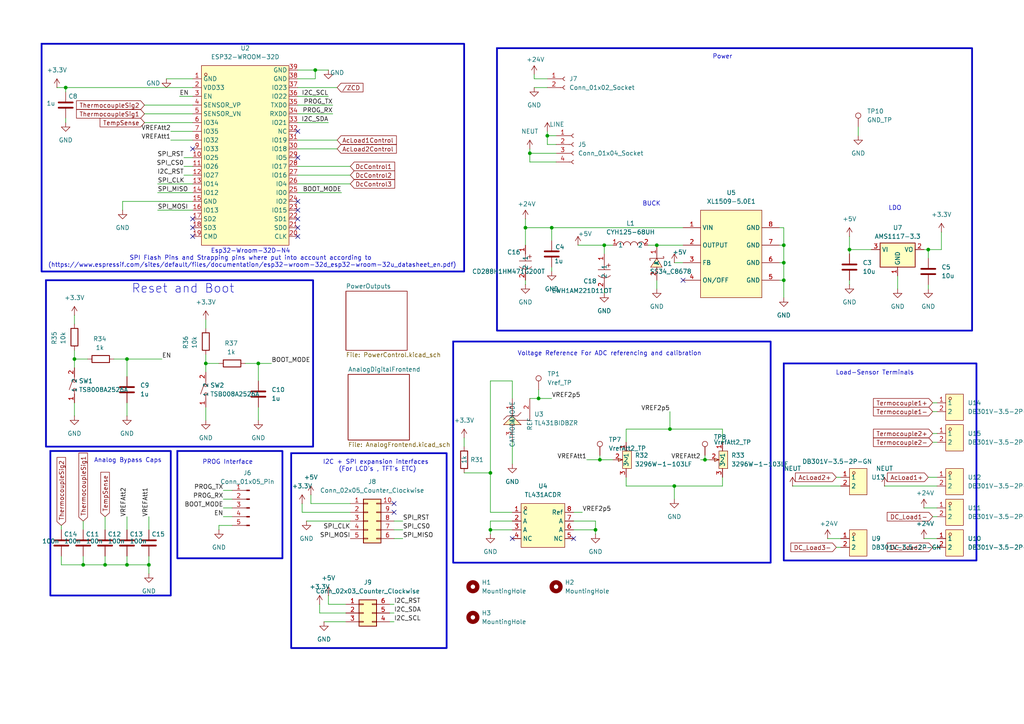
<source format=kicad_sch>
(kicad_sch (version 20250114) (generator "eeschema") (generator_version "9.0")
  (paper "A4")
  (rectangle (start 51.435 130.81) (end 81.915 161.925) (stroke (width 0.508)))
  (rectangle (start 144.145 13.97) (end 281.94 95.885) (stroke (width 0.508)))
  (rectangle (start 131.445 99.06) (end 223.52 163.195) (stroke (width 0.508)))
  (rectangle (start 13.335 81.28) (end 90.805 129.54) (stroke (width 0.508)))
  (rectangle (start 227.33 105.41) (end 283.21 162.56) (stroke (width 0.508)))
  (rectangle (start 84.455 131.445) (end 129.54 187.96) (stroke (width 0.508)))
  (rectangle (start 12.065 12.7) (end 134.62 78.74) (stroke (width 0.508)))
  (rectangle (start 14.605 130.81) (end 49.53 172.72) (stroke (width 0.508)))
  (text "Analog Bypass Caps" (at 37.084 133.604 0) (effects (font (size 1.27 1.27))))
  (text "Esp32-Wroom-32D-N4 \nSPI Flash Pins and Strapping pins where put into account according to \n(https://www.espressif.com/sites/default/files/documentation/esp32-wroom-32d_esp32-wroom-32u_datasheet_en.pdf)" (at 73.152 74.93 0) (effects (font (size 1.27 1.27))))
  (text "Power" (at 209.55 16.51 0) (effects (font (size 1.27 1.27))))
  (text "Voltage Reference For ADC referencing and calibration\n" (at 176.784 102.616 0) (effects (font (size 1.27 1.27))))
  (text "LDO" (at 259.588 60.452 0) (effects (font (size 1.27 1.27))))
  (text "Load-Sensor Terminals" (at 253.746 108.204 0) (effects (font (size 1.27 1.27))))
  (text "Reset and Boot" (at 53.086 83.82 0) (effects (font (size 2.54 2.54))))
  (text "BUCK\n" (at 188.976 59.182 0) (effects (font (size 1.27 1.27))))
  (text "I2C + SPI expansion interfaces \n(For LCD's , TFT's ETC)\n" (at 109.474 135.128 0) (effects (font (size 1.27 1.27))))
  (text "PROG Interface\n" (at 66.04 134.112 0) (effects (font (size 1.27 1.27))))
  (junction (at 204.47 133.35))
  (junction (at 30.48 163.83))
  (junction (at 43.18 163.83))
  (junction (at 246.38 72.39))
  (junction (at 152.4 66.04))
  (junction (at 156.21 115.57))
  (junction (at 227.33 76.2))
  (junction (at 24.13 163.83))
  (junction (at 19.05 25.4))
  (junction (at 227.33 81.28))
  (junction (at 269.24 72.39))
  (junction (at 227.33 71.12))
  (junction (at 190.5 71.12))
  (junction (at 36.83 163.83))
  (junction (at 175.26 71.12))
  (junction (at 195.58 140.97))
  (junction (at 142.24 137.16))
  (junction (at 21.59 104.14))
  (junction (at 91.44 20.32))
  (junction (at 59.69 105.41))
  (junction (at 74.93 105.41))
  (junction (at 153.67 44.45))
  (junction (at 36.83 104.14))
  (junction (at 158.75 39.37))
  (junction (at 142.24 153.67))
  (junction (at 173.99 133.35))
  (junction (at 172.72 153.67))
  (junction (at 160.02 66.04))
  (junction (at 194.31 124.46))
  (no_connect (at 114.3 146.05))
  (no_connect (at 86.36 38.1))
  (no_connect (at 86.36 66.04))
  (no_connect (at 148.59 156.21))
  (no_connect (at 198.12 81.28))
  (no_connect (at 55.88 68.58))
  (no_connect (at 55.88 66.04))
  (no_connect (at 55.88 63.5))
  (no_connect (at 86.36 63.5))
  (no_connect (at 55.88 43.18))
  (no_connect (at 86.36 68.58))
  (no_connect (at 166.37 156.21))
  (no_connect (at 86.36 58.42))
  (no_connect (at 86.36 45.72))
  (no_connect (at 114.3 148.59))
  (no_connect (at 86.36 60.96))
  (wire (pts (xy 86.36 33.02) (xy 96.52 33.02)))
  (wire (pts (xy 273.05 67.31) (xy 273.05 72.39)))
  (wire (pts (xy 260.35 80.01) (xy 260.35 83.82)))
  (wire (pts (xy 95.25 20.32) (xy 91.44 20.32)))
  (wire (pts (xy 158.75 41.91) (xy 161.29 41.91)))
  (wire (pts (xy 269.24 72.39) (xy 273.05 72.39)))
  (wire (pts (xy 55.88 22.86) (xy 48.26 22.86)))
  (wire (pts (xy 152.4 66.04) (xy 160.02 66.04)))
  (wire (pts (xy 148.59 151.13) (xy 142.24 151.13)))
  (wire (pts (xy 24.13 151.13) (xy 24.13 153.67)))
  (wire (pts (xy 63.5 153.67) (xy 63.5 152.4)))
  (wire (pts (xy 181.61 138.43) (xy 181.61 140.97)))
  (wire (pts (xy 152.4 66.04) (xy 152.4 71.12)))
  (wire (pts (xy 148.59 110.49) (xy 148.59 115.57)))
  (wire (pts (xy 142.24 137.16) (xy 142.24 110.49)))
  (wire (pts (xy 24.13 161.29) (xy 24.13 163.83)))
  (wire (pts (xy 226.06 76.2) (xy 227.33 76.2)))
  (wire (pts (xy 30.48 163.83) (xy 36.83 163.83)))
  (wire (pts (xy 160.02 66.04) (xy 198.12 66.04)))
  (wire (pts (xy 246.38 68.58) (xy 246.38 72.39)))
  (wire (pts (xy 59.69 105.41) (xy 63.5 105.41)))
  (wire (pts (xy 86.36 25.4) (xy 97.79 25.4)))
  (wire (pts (xy 204.47 133.35) (xy 205.74 133.35)))
  (wire (pts (xy 242.57 138.43) (xy 243.84 138.43)))
  (wire (pts (xy 170.18 133.35) (xy 173.99 133.35)))
  (wire (pts (xy 270.51 158.75) (xy 271.78 158.75)))
  (wire (pts (xy 209.55 124.46) (xy 209.55 128.27)))
  (wire (pts (xy 41.91 33.02) (xy 55.88 33.02)))
  (wire (pts (xy 114.3 153.67) (xy 116.84 153.67)))
  (wire (pts (xy 209.55 140.97) (xy 209.55 138.43)))
  (wire (pts (xy 43.18 163.83) (xy 43.18 166.37)))
  (wire (pts (xy 195.58 76.2) (xy 198.12 76.2)))
  (wire (pts (xy 52.07 27.94) (xy 55.88 27.94)))
  (wire (pts (xy 113.03 180.34) (xy 114.3 180.34)))
  (wire (pts (xy 190.5 71.12) (xy 198.12 71.12)))
  (wire (pts (xy 64.77 142.24) (xy 67.31 142.24)))
  (wire (pts (xy 166.37 148.59) (xy 168.91 148.59)))
  (wire (pts (xy 227.33 86.36) (xy 227.33 81.28)))
  (wire (pts (xy 240.03 156.21) (xy 243.84 156.21)))
  (wire (pts (xy 64.77 147.32) (xy 67.31 147.32)))
  (wire (pts (xy 142.24 154.94) (xy 142.24 153.67)))
  (wire (pts (xy 194.31 124.46) (xy 209.55 124.46)))
  (wire (pts (xy 86.36 30.48) (xy 96.52 30.48)))
  (wire (pts (xy 134.62 127) (xy 134.62 129.54)))
  (wire (pts (xy 114.3 156.21) (xy 116.84 156.21)))
  (wire (pts (xy 134.62 137.16) (xy 142.24 137.16)))
  (wire (pts (xy 19.05 26.67) (xy 19.05 25.4)))
  (wire (pts (xy 95.25 175.26) (xy 100.33 175.26)))
  (wire (pts (xy 267.97 156.21) (xy 271.78 156.21)))
  (wire (pts (xy 242.57 158.75) (xy 243.84 158.75)))
  (wire (pts (xy 227.33 66.04) (xy 226.06 66.04)))
  (wire (pts (xy 45.72 55.88) (xy 55.88 55.88)))
  (wire (pts (xy 154.94 22.86) (xy 158.75 22.86)))
  (wire (pts (xy 86.36 55.88) (xy 99.06 55.88)))
  (wire (pts (xy 172.72 151.13) (xy 166.37 151.13)))
  (wire (pts (xy 227.33 71.12) (xy 227.33 66.04)))
  (wire (pts (xy 45.72 60.96) (xy 55.88 60.96)))
  (wire (pts (xy 19.05 25.4) (xy 55.88 25.4)))
  (wire (pts (xy 172.72 153.67) (xy 172.72 151.13)))
  (wire (pts (xy 114.3 151.13) (xy 116.84 151.13)))
  (wire (pts (xy 36.83 116.84) (xy 36.83 120.65)))
  (wire (pts (xy 148.59 128.27) (xy 148.59 134.62)))
  (wire (pts (xy 158.75 39.37) (xy 158.75 41.91)))
  (wire (pts (xy 92.71 177.8) (xy 100.33 177.8)))
  (wire (pts (xy 59.69 118.11) (xy 59.69 121.92)))
  (wire (pts (xy 86.36 43.18) (xy 97.79 43.18)))
  (wire (pts (xy 226.06 81.28) (xy 227.33 81.28)))
  (wire (pts (xy 86.36 27.94) (xy 95.25 27.94)))
  (wire (pts (xy 166.37 153.67) (xy 172.72 153.67)))
  (wire (pts (xy 59.69 105.41) (xy 59.69 107.95)))
  (wire (pts (xy 181.61 124.46) (xy 194.31 124.46)))
  (wire (pts (xy 49.53 40.64) (xy 55.88 40.64)))
  (wire (pts (xy 41.91 35.56) (xy 55.88 35.56)))
  (wire (pts (xy 45.72 53.34) (xy 55.88 53.34)))
  (wire (pts (xy 63.5 152.4) (xy 67.31 152.4)))
  (wire (pts (xy 160.02 77.47) (xy 160.02 78.74)))
  (wire (pts (xy 270.51 128.27) (xy 271.78 128.27)))
  (wire (pts (xy 269.24 82.55) (xy 269.24 83.82)))
  (wire (pts (xy 86.36 20.32) (xy 91.44 20.32)))
  (wire (pts (xy 36.83 104.14) (xy 46.99 104.14)))
  (wire (pts (xy 175.26 71.12) (xy 177.8 71.12)))
  (wire (pts (xy 181.61 128.27) (xy 181.61 124.46)))
  (wire (pts (xy 87.63 148.59) (xy 101.6 148.59)))
  (wire (pts (xy 21.59 116.84) (xy 21.59 120.65)))
  (wire (pts (xy 55.88 58.42) (xy 35.56 58.42)))
  (wire (pts (xy 91.44 20.32) (xy 91.44 22.86)))
  (wire (pts (xy 156.21 113.03) (xy 156.21 115.57)))
  (wire (pts (xy 153.67 115.57) (xy 156.21 115.57)))
  (wire (pts (xy 203.2 133.35) (xy 204.47 133.35)))
  (wire (pts (xy 173.99 133.35) (xy 177.8 133.35)))
  (wire (pts (xy 53.34 48.26) (xy 55.88 48.26)))
  (wire (pts (xy 36.83 104.14) (xy 36.83 109.22)))
  (wire (pts (xy 226.06 71.12) (xy 227.33 71.12)))
  (wire (pts (xy 17.78 163.83) (xy 24.13 163.83)))
  (wire (pts (xy 90.17 143.51) (xy 90.17 146.05)))
  (wire (pts (xy 187.96 71.12) (xy 190.5 71.12)))
  (wire (pts (xy 153.67 43.18) (xy 153.67 44.45)))
  (wire (pts (xy 36.83 149.86) (xy 36.83 153.67)))
  (wire (pts (xy 95.25 172.72) (xy 95.25 175.26)))
  (wire (pts (xy 53.34 45.72) (xy 55.88 45.72)))
  (wire (pts (xy 21.59 104.14) (xy 21.59 106.68)))
  (wire (pts (xy 194.31 119.38) (xy 194.31 124.46)))
  (wire (pts (xy 267.97 147.32) (xy 271.78 147.32)))
  (wire (pts (xy 113.03 175.26) (xy 114.3 175.26)))
  (wire (pts (xy 24.13 163.83) (xy 30.48 163.83)))
  (wire (pts (xy 36.83 161.29) (xy 36.83 163.83)))
  (wire (pts (xy 195.58 140.97) (xy 209.55 140.97)))
  (wire (pts (xy 269.24 74.93) (xy 269.24 72.39)))
  (wire (pts (xy 248.92 36.83) (xy 248.92 39.37)))
  (wire (pts (xy 49.53 38.1) (xy 55.88 38.1)))
  (wire (pts (xy 181.61 140.97) (xy 195.58 140.97)))
  (wire (pts (xy 74.93 105.41) (xy 78.74 105.41)))
  (wire (pts (xy 113.03 177.8) (xy 114.3 177.8)))
  (wire (pts (xy 86.36 50.8) (xy 101.6 50.8)))
  (wire (pts (xy 190.5 81.28) (xy 190.5 83.82)))
  (wire (pts (xy 59.69 102.87) (xy 59.69 105.41)))
  (wire (pts (xy 43.18 149.86) (xy 43.18 153.67)))
  (wire (pts (xy 195.58 144.78) (xy 195.58 140.97)))
  (wire (pts (xy 246.38 81.28) (xy 246.38 82.55)))
  (wire (pts (xy 16.51 25.4) (xy 19.05 25.4)))
  (wire (pts (xy 154.94 25.4) (xy 158.75 25.4)))
  (wire (pts (xy 152.4 63.5) (xy 152.4 66.04)))
  (wire (pts (xy 17.78 161.29) (xy 17.78 163.83)))
  (wire (pts (xy 227.33 81.28) (xy 227.33 76.2)))
  (wire (pts (xy 269.24 138.43) (xy 271.78 138.43)))
  (wire (pts (xy 167.64 71.12) (xy 175.26 71.12)))
  (wire (pts (xy 86.36 40.64) (xy 97.79 40.64)))
  (wire (pts (xy 270.51 116.84) (xy 271.78 116.84)))
  (wire (pts (xy 256.54 140.97) (xy 271.78 140.97)))
  (wire (pts (xy 74.93 118.11) (xy 74.93 121.92)))
  (wire (pts (xy 142.24 151.13) (xy 142.24 153.67)))
  (wire (pts (xy 142.24 110.49) (xy 148.59 110.49)))
  (wire (pts (xy 160.02 66.04) (xy 160.02 69.85)))
  (wire (pts (xy 158.75 38.1) (xy 158.75 39.37)))
  (wire (pts (xy 152.4 81.28) (xy 152.4 82.55)))
  (wire (pts (xy 87.63 146.05) (xy 87.63 148.59)))
  (wire (pts (xy 86.36 35.56) (xy 95.25 35.56)))
  (wire (pts (xy 88.9 151.13) (xy 101.6 151.13)))
  (wire (pts (xy 204.47 133.35) (xy 204.47 132.08)))
  (wire (pts (xy 154.94 21.59) (xy 154.94 22.86)))
  (wire (pts (xy 43.18 163.83) (xy 43.18 161.29)))
  (wire (pts (xy 21.59 101.6) (xy 21.59 104.14)))
  (wire (pts (xy 270.51 149.86) (xy 271.78 149.86)))
  (wire (pts (xy 86.36 48.26) (xy 101.6 48.26)))
  (wire (pts (xy 64.77 144.78) (xy 67.31 144.78)))
  (wire (pts (xy 142.24 148.59) (xy 148.59 148.59)))
  (wire (pts (xy 64.77 149.86) (xy 67.31 149.86)))
  (wire (pts (xy 71.12 105.41) (xy 74.93 105.41)))
  (wire (pts (xy 33.02 104.14) (xy 36.83 104.14)))
  (wire (pts (xy 19.05 34.29) (xy 19.05 35.56)))
  (wire (pts (xy 17.78 152.4) (xy 17.78 153.67)))
  (wire (pts (xy 153.67 44.45) (xy 153.67 46.99)))
  (wire (pts (xy 269.24 72.39) (xy 267.97 72.39)))
  (wire (pts (xy 30.48 149.86) (xy 30.48 153.67)))
  (wire (pts (xy 246.38 72.39) (xy 246.38 73.66)))
  (wire (pts (xy 156.21 115.57) (xy 160.02 115.57)))
  (wire (pts (xy 142.24 137.16) (xy 142.24 148.59)))
  (wire (pts (xy 74.93 105.41) (xy 74.93 110.49)))
  (wire (pts (xy 91.44 22.86) (xy 86.36 22.86)))
  (wire (pts (xy 227.33 76.2) (xy 227.33 71.12)))
  (wire (pts (xy 93.98 180.34) (xy 100.33 180.34)))
  (wire (pts (xy 35.56 58.42) (xy 35.56 60.96)))
  (wire (pts (xy 270.51 119.38) (xy 271.78 119.38)))
  (wire (pts (xy 158.75 39.37) (xy 161.29 39.37)))
  (wire (pts (xy 53.34 50.8) (xy 55.88 50.8)))
  (wire (pts (xy 172.72 154.94) (xy 172.72 153.67)))
  (wire (pts (xy 175.26 71.12) (xy 175.26 73.66)))
  (wire (pts (xy 153.67 46.99) (xy 161.29 46.99)))
  (wire (pts (xy 90.17 146.05) (xy 101.6 146.05)))
  (wire (pts (xy 153.67 44.45) (xy 161.29 44.45)))
  (wire (pts (xy 86.36 53.34) (xy 101.6 53.34)))
  (wire (pts (xy 173.99 132.08) (xy 173.99 133.35)))
  (wire (pts (xy 21.59 91.44) (xy 21.59 93.98)))
  (wire (pts (xy 21.59 104.14) (xy 25.4 104.14)))
  (wire (pts (xy 59.69 92.71) (xy 59.69 95.25)))
  (wire (pts (xy 30.48 161.29) (xy 30.48 163.83)))
  (wire (pts (xy 175.26 83.82) (xy 175.26 85.09)))
  (wire (pts (xy 92.71 175.26) (xy 92.71 177.8)))
  (wire (pts (xy 229.87 140.97) (xy 243.84 140.97)))
  (wire (pts (xy 270.51 125.73) (xy 271.78 125.73)))
  (wire (pts (xy 142.24 153.67) (xy 148.59 153.67)))
  (wire (pts (xy 36.83 163.83) (xy 43.18 163.83)))
  (wire (pts (xy 41.91 30.48) (xy 55.88 30.48)))
  (wire (pts (xy 246.38 72.39) (xy 252.73 72.39)))
  (label "VREFAtt2" (at 49.53 38.1 180))
  (label "I2C_SDA" (at 114.3 177.8 0))
  (label "PROG_RX" (at 64.77 144.78 180))
  (label "SPI_RST" (at 53.34 45.72 180))
  (label "SPI_RST" (at 116.84 151.13 0))
  (label "I2C_SCL" (at 95.25 27.94 180))
  (label "SPI_CS0" (at 53.34 48.26 180))
  (label "VREF2p5" (at 194.31 119.38 180))
  (label "SPI_MISO" (at 45.72 55.88 0))
  (label "EN" (at 46.99 104.14 0))
  (label "VREFAtt1" (at 170.18 133.35 180))
  (label "SPI_MISO" (at 116.84 156.21 0))
  (label "SPI_CS0" (at 116.84 153.67 0))
  (label "PROG_RX" (at 96.52 33.02 180))
  (label "BOOT_MODE" (at 64.77 147.32 180))
  (label "VREFAtt1" (at 49.53 40.64 180))
  (label "I2C_SCL" (at 114.3 180.34 0))
  (label "BOOT_MODE" (at 78.74 105.41 0))
  (label "VREFAtt1" (at 43.18 149.86 90))
  (label "I2C_RST" (at 114.3 175.26 0))
  (label "EN" (at 64.77 149.86 180))
  (label "PROG_TX" (at 64.77 142.24 180))
  (label "EN" (at 52.07 27.94 0))
  (label "VREF2p5" (at 168.91 148.59 0))
  (label "SPI_CLK" (at 101.6 153.67 180))
  (label "SPI_CLK" (at 45.72 53.34 0))
  (label "PROG_TX" (at 96.52 30.48 180))
  (label "BOOT_MODE" (at 99.06 55.88 180))
  (label "SPI_MOSI" (at 45.72 60.96 0))
  (label "I2C_RST" (at 53.34 50.8 180))
  (label "SPI_MOSI" (at 101.6 156.21 180))
  (label "I2C_SDA" (at 95.25 35.56 180))
  (label "VREF2p5" (at 160.02 115.57 0))
  (label "VREFAtt2" (at 203.2 133.35 180))
  (label "VREFAtt2" (at 36.83 149.86 90))
  (global_label "DC_Load2-" (shape input) (at 270.51 158.75 180) (property "Intersheetrefs" "${INTERSHEET_REFS}" (effects (hide yes))))
  (global_label "AcLoad2Control" (shape input) (at 97.79 43.18 0) (property "Intersheetrefs" "${INTERSHEET_REFS}" (effects (hide yes))))
  (global_label "DcControl1" (shape input) (at 101.6 48.26 0) (property "Intersheetrefs" "${INTERSHEET_REFS}" (effects (hide yes))))
  (global_label "Termocouple1-" (shape input) (at 270.51 119.38 180) (property "Intersheetrefs" "${INTERSHEET_REFS}" (effects (hide yes))))
  (global_label "DC_Load3-" (shape input) (at 242.57 158.75 180) (property "Intersheetrefs" "${INTERSHEET_REFS}" (effects (hide yes))))
  (global_label "ThermocoupleSig2" (shape input) (at 41.91 30.48 180) (property "Intersheetrefs" "${INTERSHEET_REFS}" (effects (hide yes))))
  (global_label "Termocouple1+" (shape input) (at 270.51 116.84 180) (property "Intersheetrefs" "${INTERSHEET_REFS}" (effects (hide yes))))
  (global_label "DC_Load1-" (shape input) (at 270.51 149.86 180) (property "Intersheetrefs" "${INTERSHEET_REFS}" (effects (hide yes))))
  (global_label "Termocouple2+" (shape input) (at 270.51 125.73 180) (property "Intersheetrefs" "${INTERSHEET_REFS}" (effects (hide yes))))
  (global_label "ThermocoupleSig1" (shape input) (at 24.13 151.13 90) (property "Intersheetrefs" "${INTERSHEET_REFS}" (effects (hide yes))))
  (global_label "TempSense" (shape input) (at 30.48 149.86 90) (property "Intersheetrefs" "${INTERSHEET_REFS}" (effects (hide yes))))
  (global_label "AcLoad1+" (shape input) (at 269.24 138.43 180) (property "Intersheetrefs" "${INTERSHEET_REFS}" (effects (hide yes))))
  (global_label "DcControl2" (shape input) (at 101.6 50.8 0) (property "Intersheetrefs" "${INTERSHEET_REFS}" (effects (hide yes))))
  (global_label "ThermocoupleSig1" (shape input) (at 41.91 33.02 180) (property "Intersheetrefs" "${INTERSHEET_REFS}" (effects (hide yes))))
  (global_label "AcLoad1Control" (shape input) (at 97.79 40.64 0) (property "Intersheetrefs" "${INTERSHEET_REFS}" (effects (hide yes))))
  (global_label "DcControl3" (shape input) (at 101.6 53.34 0) (property "Intersheetrefs" "${INTERSHEET_REFS}" (effects (hide yes))))
  (global_label "Termocouple2-" (shape input) (at 270.51 128.27 180) (property "Intersheetrefs" "${INTERSHEET_REFS}" (effects (hide yes))))
  (global_label "AcLoad2+" (shape input) (at 242.57 138.43 180) (property "Intersheetrefs" "${INTERSHEET_REFS}" (effects (hide yes))))
  (global_label "ThermocoupleSig2" (shape input) (at 17.78 152.4 90) (property "Intersheetrefs" "${INTERSHEET_REFS}" (effects (hide yes))))
  (global_label "{slash}ZCD" (shape input) (at 97.79 25.4 0) (property "Intersheetrefs" "${INTERSHEET_REFS}" (effects (hide yes))))
  (global_label "TempSense" (shape input) (at 41.91 35.56 180) (property "Intersheetrefs" "${INTERSHEET_REFS}" (effects (hide yes))))
  (symbol (lib_id "Connector_Generic:Conn_02x03_Counter_Clockwise") (at 105.41 177.8 0) (unit 1)
    (property "Reference" "J9" (at 106.68 168.91 0))
    (property "Value" "Conn_02x03_Counter_Clockwise" (at 106.68 171.45 0))
    (property "Footprint" "Connector_IDC:IDC-Header_2x03_P2.54mm_Vertical" (effects (hide yes)))
    (property "Description" "Generic connector, double row, 02x03, counter clockwise pin numbering scheme (similar to DIP package numbering), script generated (kicad-library-utils/schlib/autogen/connector/)" (effects (hide yes)))
  )
  (symbol (lib_id "power:+3.3V") (at 87.63 146.05 0) (unit 1)
    (property "Reference" "#PWR066" (effects (hide yes)))
    (property "Value" "+3.3V" (at 87.63 140.97 0))
    (property "Description" "Power symbol creates a global label with name \"+3.3V\"" (effects (hide yes)))
  )
  (symbol (lib_id "Device:C") (at 36.83 113.03 0) (unit 1)
    (property "Reference" "C9" (at 40.64 111.7599 0) (effects (justify left)))
    (property "Value" "1u" (at 40.64 114.2999 0) (effects (justify left)))
    (property "Footprint" "Capacitor_SMD:C_1206_3216Metric_Pad1.33x1.80mm_HandSolder" (effects (hide yes)))
    (property "Description" "Unpolarized capacitor" (effects (hide yes)))
  )
  (symbol (lib_id "power:+5V") (at 90.17 143.51 0) (unit 1)
    (property "Reference" "#PWR065" (effects (hide yes)))
    (property "Value" "+5V" (at 90.17 138.43 0))
    (property "Description" "Power symbol creates a global label with name \"+5V\"" (effects (hide yes)))
  )
  (symbol (lib_id "power:GND") (at 63.5 153.67 0) (unit 1)
    (property "Reference" "#PWR053" (effects (hide yes)))
    (property "Value" "GND" (at 63.5 158.75 0))
    (property "Description" "Power symbol creates a global label with name \"GND\" , ground" (effects (hide yes)))
  )
  (symbol (lib_id "Device:R") (at 134.62 133.35 0) (mirror y) (unit 1)
    (property "Reference" "R31" (at 136.398 133.35 0) (effects (justify right)))
    (property "Value" "1k" (at 134.62 132.08 90) (effects (justify right)))
    (property "Footprint" "Resistor_SMD:R_1206_3216Metric_Pad1.30x1.75mm_HandSolder" (effects (hide yes)))
    (property "Description" "Resistor" (effects (hide yes)))
  )
  (symbol (lib_id "EasyEDA:TSB008A2526A") (at 59.69 113.03 90) (unit 1)
    (property "Reference" "SW2" (at 60.96 111.7599 90) (effects (justify right)))
    (property "Value" "TSB008A2526A" (at 60.96 114.2999 90) (effects (justify right)))
    (property "Footprint" "EasyEDA:SW-SMD_L6.0-W3.5-LS8.0" (effects (hide yes)))
    (property "LCSC Part" "C2888456" (effects (hide yes)))
  )
  (symbol (lib_id "EasyEDA:TSB008A2526A") (at 21.59 111.76 90) (unit 1)
    (property "Reference" "SW1" (at 22.86 110.4899 90) (effects (justify right)))
    (property "Value" "TSB008A2526A" (at 22.86 113.0299 90) (effects (justify right)))
    (property "Footprint" "EasyEDA:SW-SMD_L6.0-W3.5-LS8.0" (effects (hide yes)))
    (property "LCSC Part" "C2888456" (effects (hide yes)))
  )
  (symbol (lib_id "Connector:Conn_01x02_Socket") (at 163.83 22.86 0) (unit 1)
    (property "Reference" "J7" (at 165.1 22.8599 0) (effects (justify left)))
    (property "Value" "Conn_01x02_Socket" (at 165.1 25.3999 0) (effects (justify left)))
    (property "Footprint" "Connector_Wire:SolderWire-0.5sqmm_1x02_P4.6mm_D0.9mm_OD2.1mm" (effects (hide yes)))
    (property "Description" "Generic connector, single row, 01x02, script generated" (effects (hide yes)))
  )
  (symbol (lib_id "Mechanical:MountingHole") (at 161.29 170.18 0) (unit 1) (exclude_from_sim yes) (in_bom no)
    (property "Reference" "H2" (at 163.83 168.9099 0) (effects (justify left)))
    (property "Value" "MountingHole" (at 163.83 171.4499 0) (effects (justify left)))
    (property "Footprint" "MountingHole:MountingHole_3.2mm_M3_Pad_Via" (effects (hide yes)))
    (property "Description" "Mounting Hole without connection" (effects (hide yes)))
  )
  (symbol (lib_id "power:+5V") (at 195.58 76.2 0) (unit 1)
    (property "Reference" "#PWR076" (effects (hide yes)))
    (property "Value" "+5V" (at 197.104 73.152 0))
    (property "Description" "Power symbol creates a global label with name \"+5V\"" (effects (hide yes)))
  )
  (symbol (lib_id "power:GND") (at 74.93 121.92 0) (unit 1)
    (property "Reference" "#PWR059" (effects (hide yes)))
    (property "Value" "GND" (at 74.93 127 0))
    (property "Description" "Power symbol creates a global label with name \"GND\" , ground" (effects (hide yes)))
  )
  (symbol (lib_id "power:GND") (at 190.5 83.82 0) (unit 1)
    (property "Reference" "#PWR077" (effects (hide yes)))
    (property "Value" "GND" (at 190.5 88.9 0))
    (property "Description" "Power symbol creates a global label with name \"GND\" , ground" (effects (hide yes)))
  )
  (symbol (lib_id "power:GND") (at 142.24 154.94 0) (unit 1)
    (property "Reference" "#PWR049" (effects (hide yes)))
    (property "Value" "GND" (at 142.24 160.02 0))
    (property "Description" "Power symbol creates a global label with name \"GND\" , ground" (effects (hide yes)))
  )
  (symbol (lib_id "power:+5V") (at 95.25 172.72 0) (unit 1)
    (property "Reference" "#PWR070" (effects (hide yes)))
    (property "Value" "+5V" (at 95.25 167.64 0))
    (property "Description" "Power symbol creates a global label with name \"+5V\"" (effects (hide yes)))
  )
  (symbol (lib_id "EasyEDA:3296W-1-103LF") (at 208.28 133.35 0) (unit 1)
    (property "Reference" "R33" (at 212.09 132.0799 0) (effects (justify left)))
    (property "Value" "3296W-1-103LF" (at 212.09 134.6199 0) (effects (justify left)))
    (property "Footprint" "EasyEDA:RES-ADJ-TH_3296W" (effects (hide yes)))
    (property "Datasheet" "https://lcsc.com/product-detail/Precision-Potentiometer_BOURNS_3296W-1-103LF_10KR_C34846.html" (effects (hide yes)))
    (property "LCSC Part" "C34846" (effects (hide yes)))
  )
  (symbol (lib_id "power:GND") (at 148.59 134.62 0) (unit 1)
    (property "Reference" "#PWR047" (effects (hide yes)))
    (property "Value" "GND" (at 148.59 139.7 0))
    (property "Description" "Power symbol creates a global label with name \"GND\" , ground" (effects (hide yes)))
  )
  (symbol (lib_id "power:GND") (at 195.58 144.78 0) (unit 1)
    (property "Reference" "#PWR052" (effects (hide yes)))
    (property "Value" "GND" (at 195.58 149.86 0))
    (property "Description" "Power symbol creates a global label with name \"GND\" , ground" (effects (hide yes)))
  )
  (symbol (lib_id "power:GND") (at 175.26 85.09 0) (unit 1)
    (property "Reference" "#PWR075" (effects (hide yes)))
    (property "Value" "GND" (at 175.26 90.17 0))
    (property "Description" "Power symbol creates a global label with name \"GND\" , ground" (effects (hide yes)))
  )
  (symbol (lib_id "power:GND") (at 260.35 83.82 0) (unit 1)
    (property "Reference" "#PWR029" (effects (hide yes)))
    (property "Value" "GND" (at 260.35 88.9 0))
    (property "Description" "Power symbol creates a global label with name \"GND\" , ground" (effects (hide yes)))
  )
  (symbol (lib_id "power:GND") (at 48.26 22.86 0) (unit 1)
    (property "Reference" "#PWR044" (effects (hide yes)))
    (property "Value" "GND" (at 44.45 24.13 0))
    (property "Description" "Power symbol creates a global label with name \"GND\" , ground" (effects (hide yes)))
  )
  (symbol (lib_id "power:LINE") (at 158.75 38.1 0) (mirror y) (unit 1)
    (property "Reference" "#PWR061" (effects (hide yes)))
    (property "Value" "LINE" (at 161.544 36.068 0))
    (property "Description" "Power symbol creates a global label with name \"LINE\"" (effects (hide yes)))
  )
  (symbol (lib_id "power:GND") (at 172.72 154.94 0) (unit 1)
    (property "Reference" "#PWR050" (effects (hide yes)))
    (property "Value" "GND" (at 172.72 160.02 0))
    (property "Description" "Power symbol creates a global label with name \"GND\" , ground" (effects (hide yes)))
  )
  (symbol (lib_id "power:+5V") (at 246.38 68.58 0) (unit 1)
    (property "Reference" "#PWR034" (effects (hide yes)))
    (property "Value" "+5V" (at 246.38 63.5 0))
    (property "Description" "Power symbol creates a global label with name \"+5V\"" (effects (hide yes)))
  )
  (symbol (lib_id "power:+5V") (at 167.64 71.12 0) (unit 1)
    (property "Reference" "#PWR072" (effects (hide yes)))
    (property "Value" "+5V" (at 169.672 67.818 0))
    (property "Description" "Power symbol creates a global label with name \"+5V\"" (effects (hide yes)))
  )
  (symbol (lib_id "power:+12V") (at 267.97 156.21 0) (unit 1)
    (property "Reference" "#PWR081" (effects (hide yes)))
    (property "Value" "+24V" (at 265.684 151.892 0) (effects (justify left)))
    (property "Description" "Power symbol creates a global label with name \"+12V\"" (effects (hide yes)))
  )
  (symbol (lib_id "power:GND") (at 246.38 82.55 0) (unit 1)
    (property "Reference" "#PWR030" (effects (hide yes)))
    (property "Value" "GND" (at 246.38 87.63 0))
    (property "Description" "Power symbol creates a global label with name \"GND\" , ground" (effects (hide yes)))
  )
  (symbol (lib_id "EasyEDA:XL1509-5.0E1") (at 212.09 73.66 0) (unit 1)
    (property "Reference" "U5" (at 212.09 55.88 0))
    (property "Value" "XL1509-5.0E1" (at 212.09 58.42 0))
    (property "Footprint" "EasyEDA:SOIC-8_L5.0-W4.0-P1.27-LS6.0-BL" (effects (hide yes)))
    (property "Datasheet" "https://lcsc.com/product-detail/DC-DC-Converters_XL1509-5-0E1_C61063.html" (effects (hide yes)))
    (property "LCSC Part" "C61063" (effects (hide yes)))
  )
  (symbol (lib_id "EasyEDA:ESP32-WROOM-32D") (at 71.12 45.72 0) (unit 1)
    (property "Reference" "U2" (at 71.12 13.97 0))
    (property "Value" "ESP32-WROOM-32D" (at 71.12 16.51 0))
    (property "Footprint" "EasyEDA:WIFIM-SMD_39P-L25.5-W18.0-P1.27-BL" (effects (hide yes)))
    (property "LCSC Part" "C473012" (effects (hide yes)))
  )
  (symbol (lib_id "EasyEDA:DB301V-3.5-2P-GN") (at 276.86 118.11 0) (unit 1)
    (property "Reference" "U14" (at 280.67 116.8399 0) (effects (justify left)))
    (property "Value" "DB301V-3.5-2P-GN" (at 280.67 119.3799 0) (effects (justify left)))
    (property "Footprint" "EasyEDA:CONN-TH_DB301V-3.5-2P-GN" (effects (hide yes)))
    (property "Datasheet" "https://lcsc.com/product-detail/Wire-To-Board-Wire-To-Wire-Connector_DIBO-DB301V-3-5-2P-GN_C695629.html" (effects (hide yes)))
    (property "LCSC Part" "C695629" (effects (hide yes)))
  )
  (symbol (lib_id "Device:R") (at 29.21 104.14 90) (unit 1)
    (property "Reference" "R34" (at 28.956 98.298 90))
    (property "Value" "1k" (at 28.956 100.838 90))
    (property "Footprint" "Resistor_SMD:R_1206_3216Metric_Pad1.30x1.75mm_HandSolder" (effects (hide yes)))
    (property "Description" "Resistor" (effects (hide yes)))
  )
  (symbol (lib_id "power:GND") (at 21.59 120.65 0) (unit 1)
    (property "Reference" "#PWR054" (effects (hide yes)))
    (property "Value" "GND" (at 21.59 125.73 0))
    (property "Description" "Power symbol creates a global label with name \"GND\" , ground" (effects (hide yes)))
  )
  (symbol (lib_id "EasyEDA:3296W-1-103LF") (at 180.34 133.35 0) (unit 1)
    (property "Reference" "R32" (at 184.15 132.0799 0) (effects (justify left)))
    (property "Value" "3296W-1-103LF" (at 184.15 134.6199 0) (effects (justify left)))
    (property "Footprint" "EasyEDA:RES-ADJ-TH_3296W" (effects (hide yes)))
    (property "Datasheet" "https://lcsc.com/product-detail/Precision-Potentiometer_BOURNS_3296W-1-103LF_10KR_C34846.html" (effects (hide yes)))
    (property "LCSC Part" "C34846" (effects (hide yes)))
  )
  (symbol (lib_id "power:GND") (at 248.92 39.37 0) (unit 1)
    (property "Reference" "#PWR037" (effects (hide yes)))
    (property "Value" "GND" (at 248.92 44.45 0))
    (property "Description" "Power symbol creates a global label with name \"GND\" , ground" (effects (hide yes)))
  )
  (symbol (lib_id "Connector:Conn_01x05_Pin") (at 72.39 147.32 0) (mirror y) (unit 1)
    (property "Reference" "J6" (at 71.755 137.16 0))
    (property "Value" "Conn_01x05_Pin" (at 71.755 139.7 0))
    (property "Footprint" "Connector_PinHeader_2.54mm:PinHeader_1x05_P2.54mm_Vertical" (effects (hide yes)))
    (property "Description" "Generic connector, single row, 01x05, script generated" (effects (hide yes)))
  )
  (symbol (lib_id "power:+12V") (at 154.94 21.59 0) (unit 1)
    (property "Reference" "#PWR063" (effects (hide yes)))
    (property "Value" "+24V" (at 152.654 17.272 0) (effects (justify left)))
    (property "Description" "Power symbol creates a global label with name \"+12V\"" (effects (hide yes)))
  )
  (symbol (lib_id "Regulator_Linear:AMS1117-3.3") (at 260.35 72.39 0) (unit 1)
    (property "Reference" "U7" (at 260.35 66.04 0))
    (property "Value" "AMS1117-3.3" (at 260.35 68.58 0))
    (property "Footprint" "Package_TO_SOT_SMD:SOT-223-3_TabPin2" (effects (hide yes)))
    (property "Datasheet" "http://www.advanced-monolithic.com/pdf/ds1117.pdf" (effects (hide yes)))
    (property "Description" "1A Low Dropout regulator, positive, 3.3V fixed output, SOT-223" (effects (hide yes)))
  )
  (symbol (lib_id "power:+12V") (at 267.97 147.32 0) (unit 1)
    (property "Reference" "#PWR080" (effects (hide yes)))
    (property "Value" "+24V" (at 265.684 143.002 0) (effects (justify left)))
    (property "Description" "Power symbol creates a global label with name \"+12V\"" (effects (hide yes)))
  )
  (symbol (lib_id "Device:C") (at 269.24 78.74 0) (unit 1)
    (property "Reference" "C5" (at 273.05 77.4699 0) (effects (justify left)))
    (property "Value" "10u" (at 273.05 80.0099 0) (effects (justify left)))
    (property "Footprint" "Capacitor_SMD:C_1206_3216Metric_Pad1.33x1.80mm_HandSolder" (effects (hide yes)))
    (property "Description" "Unpolarized capacitor" (effects (hide yes)))
  )
  (symbol (lib_id "Connector:Conn_01x04_Socket") (at 166.37 41.91 0) (unit 1)
    (property "Reference" "J5" (at 167.64 41.9099 0) (effects (justify left)))
    (property "Value" "Conn_01x04_Socket" (at 167.64 44.4499 0) (effects (justify left)))
    (property "Footprint" "Connector_Wire:SolderWire-0.5sqmm_1x04_P4.6mm_D0.9mm_OD2.1mm" (effects (hide yes)))
    (property "Description" "Generic connector, single row, 01x04, script generated" (effects (hide yes)))
  )
  (symbol (lib_id "Connector_Generic:Conn_02x05_Counter_Clockwise") (at 106.68 151.13 0) (unit 1)
    (property "Reference" "J8" (at 107.95 139.7 0))
    (property "Value" "Conn_02x05_Counter_Clockwise" (at 107.95 142.24 0))
    (property "Footprint" "Connector_IDC:IDC-Header_2x05_P2.54mm_Vertical" (effects (hide yes)))
    (property "Description" "Generic connector, double row, 02x05, counter clockwise pin numbering scheme (similar to DIP package numbering), script generated (kicad-library-utils/schlib/autogen/connector/)" (effects (hide yes)))
  )
  (symbol (lib_id "power:GND") (at 227.33 86.36 0) (unit 1)
    (property "Reference" "#PWR031" (effects (hide yes)))
    (property "Value" "GND" (at 227.33 91.44 0))
    (property "Description" "Power symbol creates a global label with name \"GND\" , ground" (effects (hide yes)))
  )
  (symbol (lib_id "Mechanical:MountingHole") (at 137.16 179.07 0) (unit 1) (exclude_from_sim yes) (in_bom no)
    (property "Reference" "H3" (at 139.7 177.7999 0) (effects (justify left)))
    (property "Value" "MountingHole" (at 139.7 180.3399 0) (effects (justify left)))
    (property "Footprint" "MountingHole:MountingHole_3.2mm_M3_Pad_Via" (effects (hide yes)))
    (property "Description" "Mounting Hole without connection" (effects (hide yes)))
  )
  (symbol (lib_id "Device:R") (at 59.69 99.06 180) (unit 1)
    (property "Reference" "R36" (at 53.848 99.314 90))
    (property "Value" "10k" (at 56.388 99.314 90))
    (property "Footprint" "Resistor_SMD:R_1206_3216Metric_Pad1.30x1.75mm_HandSolder" (effects (hide yes)))
    (property "Description" "Resistor" (effects (hide yes)))
  )
  (symbol (lib_id "power:+3.3V") (at 16.51 25.4 0) (unit 1)
    (property "Reference" "#PWR045" (effects (hide yes)))
    (property "Value" "+3.3V" (at 16.51 20.32 0))
    (property "Description" "Power symbol creates a global label with name \"+3.3V\"" (effects (hide yes)))
  )
  (symbol (lib_id "power:+12V") (at 240.03 156.21 0) (unit 1)
    (property "Reference" "#PWR082" (effects (hide yes)))
    (property "Value" "+24V" (at 237.744 151.892 0) (effects (justify left)))
    (property "Description" "Power symbol creates a global label with name \"+12V\"" (effects (hide yes)))
  )
  (symbol (lib_id "Device:R") (at 21.59 97.79 180) (unit 1)
    (property "Reference" "R35" (at 15.748 98.044 90))
    (property "Value" "10k" (at 18.288 98.044 90))
    (property "Footprint" "Resistor_SMD:R_1206_3216Metric_Pad1.30x1.75mm_HandSolder" (effects (hide yes)))
    (property "Description" "Resistor" (effects (hide yes)))
  )
  (symbol (lib_id "Device:C") (at 160.02 73.66 0) (unit 1)
    (property "Reference" "C4" (at 161.036 71.628 0) (effects (justify left)))
    (property "Value" "1u" (at 160.782 75.692 0) (effects (justify left)))
    (property "Footprint" "Capacitor_SMD:C_1206_3216Metric_Pad1.33x1.80mm_HandSolder" (effects (hide yes)))
    (property "Description" "Unpolarized capacitor" (effects (hide yes)))
  )
  (symbol (lib_id "power:GND") (at 154.94 25.4 0) (unit 1)
    (property "Reference" "#PWR064" (effects (hide yes)))
    (property "Value" "GND" (at 154.94 30.48 0))
    (property "Description" "Power symbol creates a global label with name \"GND\" , ground" (effects (hide yes)))
  )
  (symbol (lib_id "power:GND") (at 43.18 166.37 0) (unit 1)
    (property "Reference" "#PWR060" (effects (hide yes)))
    (property "Value" "GND" (at 43.18 171.45 0))
    (property "Description" "Power symbol creates a global label with name \"GND\" , ground" (effects (hide yes)))
  )
  (symbol (lib_id "Device:C") (at 19.05 30.48 0) (unit 1)
    (property "Reference" "C8" (at 19.812 27.94 0) (effects (justify left)))
    (property "Value" "1u" (at 13.462 29.972 0) (effects (justify left)))
    (property "Footprint" "Capacitor_SMD:C_1206_3216Metric_Pad1.33x1.80mm_HandSolder" (effects (hide yes)))
    (property "Description" "Unpolarized capacitor" (effects (hide yes)))
  )
  (symbol (lib_id "Device:C") (at 74.93 114.3 0) (unit 1)
    (property "Reference" "C10" (at 78.74 113.0299 0) (effects (justify left)))
    (property "Value" "1u" (at 78.74 115.5699 0) (effects (justify left)))
    (property "Footprint" "Capacitor_SMD:C_1206_3216Metric_Pad1.33x1.80mm_HandSolder" (effects (hide yes)))
    (property "Description" "Unpolarized capacitor" (effects (hide yes)))
  )
  (symbol (lib_id "power:GND") (at 269.24 83.82 0) (unit 1)
    (property "Reference" "#PWR032" (effects (hide yes)))
    (property "Value" "GND" (at 269.24 88.9 0))
    (property "Description" "Power symbol creates a global label with name \"GND\" , ground" (effects (hide yes)))
  )
  (symbol (lib_id "Device:C") (at 43.18 157.48 0) (unit 1)
    (property "Reference" "C15" (at 43.942 154.94 0) (effects (justify left)))
    (property "Value" "100n" (at 37.592 156.972 0) (effects (justify left)))
    (property "Footprint" "Capacitor_SMD:C_1206_3216Metric_Pad1.33x1.80mm_HandSolder" (effects (hide yes)))
    (property "Description" "Unpolarized capacitor" (effects (hide yes)))
  )
  (symbol (lib_id "Connector:TestPoint") (at 156.21 113.03 0) (unit 1)
    (property "Reference" "TP1" (at 158.75 108.4579 0) (effects (justify left)))
    (property "Value" "Vref_TP" (at 158.75 110.9979 0) (effects (justify left)))
    (property "Footprint" "TestPoint:TestPoint_THTPad_2.0x2.0mm_Drill1.0mm" (effects (hide yes)))
    (property "Description" "test point" (effects (hide yes)))
  )
  (symbol (lib_id "EasyEDA:DB301V-3.5-2P-GN") (at 276.86 157.48 0) (unit 1)
    (property "Reference" "U10" (at 280.67 156.2099 0) (effects (justify left)))
    (property "Value" "DB301V-3.5-2P-GN" (at 280.67 158.7499 0) (effects (justify left)))
    (property "Footprint" "EasyEDA:CONN-TH_DB301V-3.5-2P-GN" (effects (hide yes)))
    (property "Datasheet" "https://lcsc.com/product-detail/Wire-To-Board-Wire-To-Wire-Connector_DIBO-DB301V-3-5-2P-GN_C695629.html" (effects (hide yes)))
    (property "LCSC Part" "C695629" (effects (hide yes)))
  )
  (symbol (lib_id "power:GND") (at 152.4 82.55 0) (unit 1)
    (property "Reference" "#PWR073" (effects (hide yes)))
    (property "Value" "GND" (at 152.4 87.63 0))
    (property "Description" "Power symbol creates a global label with name \"GND\" , ground" (effects (hide yes)))
  )
  (symbol (lib_id "power:+3.3V") (at 92.71 175.26 0) (unit 1)
    (property "Reference" "#PWR068" (effects (hide yes)))
    (property "Value" "+3.3V" (at 92.71 170.18 0))
    (property "Description" "Power symbol creates a global label with name \"+3.3V\"" (effects (hide yes)))
  )
  (symbol (lib_id "power:+12V") (at 152.4 63.5 0) (unit 1)
    (property "Reference" "#PWR071" (effects (hide yes)))
    (property "Value" "+24V" (at 150.114 59.182 0) (effects (justify left)))
    (property "Description" "Power symbol creates a global label with name \"+12V\"" (effects (hide yes)))
  )
  (symbol (lib_id "EasyEDA:TL431BIDBZR") (at 149.86 121.92 90) (unit 1)
    (property "Reference" "U3" (at 154.94 120.1399 90) (effects (justify right)))
    (property "Value" "TL431BIDBZR" (at 154.94 122.6799 90) (effects (justify right)))
    (property "Footprint" "EasyEDA:SOT-23-3_L2.9-W1.3-P1.90-LS2.4-BR" (effects (hide yes)))
    (property "Datasheet" "https://lcsc.com/product-detail/Voltage-References_TI_TL431BIDBZR_TL431BIDBZR_C41283.html" (effects (hide yes)))
    (property "LCSC Part" "C41283" (effects (hide yes)))
  )
  (symbol (lib_id "Device:C") (at 30.48 157.48 0) (unit 1)
    (property "Reference" "C12" (at 31.242 154.94 0) (effects (justify left)))
    (property "Value" "100n" (at 24.892 156.972 0) (effects (justify left)))
    (property "Footprint" "Capacitor_SMD:C_1206_3216Metric_Pad1.33x1.80mm_HandSolder" (effects (hide yes)))
    (property "Description" "Unpolarized capacitor" (effects (hide yes)))
  )
  (symbol (lib_id "power:GND") (at 93.98 180.34 0) (unit 1)
    (property "Reference" "#PWR069" (effects (hide yes)))
    (property "Value" "GND" (at 93.98 185.42 0))
    (property "Description" "Power symbol creates a global label with name \"GND\" , ground" (effects (hide yes)))
  )
  (symbol (lib_id "power:GND") (at 19.05 35.56 0) (unit 1)
    (property "Reference" "#PWR048" (effects (hide yes)))
    (property "Value" "GND" (at 19.05 40.64 0))
    (property "Description" "Power symbol creates a global label with name \"GND\" , ground" (effects (hide yes)))
  )
  (symbol (lib_id "EasyEDA:DB301V-3.5-2P-GN") (at 276.86 148.59 0) (unit 1)
    (property "Reference" "U11" (at 280.67 147.3199 0) (effects (justify left)))
    (property "Value" "DB301V-3.5-2P-GN" (at 280.67 149.8599 0) (effects (justify left)))
    (property "Footprint" "EasyEDA:CONN-TH_DB301V-3.5-2P-GN" (effects (hide yes)))
    (property "Datasheet" "https://lcsc.com/product-detail/Wire-To-Board-Wire-To-Wire-Connector_DIBO-DB301V-3-5-2P-GN_C695629.html" (effects (hide yes)))
    (property "LCSC Part" "C695629" (effects (hide yes)))
  )
  (symbol (lib_id "EasyEDA:SS34_C8678") (at 190.5 76.2 270) (unit 1)
    (property "Reference" "D1" (at 192.278 76.454 90) (effects (justify left)))
    (property "Value" "SS34_C8678" (at 188.468 78.74 90) (effects (justify left)))
    (property "Footprint" "EasyEDA:SMA_L4.3-W2.6-LS5.2-RD" (effects (hide yes)))
    (property "Datasheet" "https://lcsc.com/product-detail/Schottky-Barrier-Diodes-SBD_SS34_C8678.html" (effects (hide yes)))
    (property "LCSC Part" "C8678" (effects (hide yes)))
  )
  (symbol (lib_id "power:GND") (at 95.25 20.32 0) (unit 1)
    (property "Reference" "#PWR041" (effects (hide yes)))
    (property "Value" "GND" (at 97.79 21.082 0))
    (property "Description" "Power symbol creates a global label with name \"GND\" , ground" (effects (hide yes)))
  )
  (symbol (lib_id "EasyEDA:CD288H1HM471G200T") (at 152.4 76.2 270) (unit 1)
    (property "Reference" "C16" (at 147.066 73.152 90) (effects (justify left)))
    (property "Value" "CD288H1HM471G200T" (at 136.906 78.74 90) (effects (justify left)))
    (property "Footprint" "EasyEDA:CAP-TH_BD10.0-P5.00-D0.6-FD" (effects (hide yes)))
    (property "LCSC Part" "C42460494" (effects (hide yes)))
  )
  (symbol (lib_id "EasyEDA:EWH1AM221D11OT") (at 175.26 78.74 270) (unit 1)
    (property "Reference" "C18" (at 169.164 81.534 90) (effects (justify left)))
    (property "Value" "EWH1AM221D11OT" (at 160.02 84.328 90) (effects (justify left)))
    (property "Footprint" "EasyEDA:CAP-TH_BD5.0-P2.00-D0.5-FD-A" (effects (hide yes)))
    (property "LCSC Part" "C2988873" (effects (hide yes)))
  )
  (symbol (lib_id "power:GND") (at 35.56 60.96 0) (unit 1)
    (property "Reference" "#PWR046" (effects (hide yes)))
    (property "Value" "GND" (at 35.56 66.04 0))
    (property "Description" "Power symbol creates a global label with name \"GND\" , ground" (effects (hide yes)))
  )
  (symbol (lib_id "power:GND") (at 160.02 78.74 0) (unit 1)
    (property "Reference" "#PWR074" (effects (hide yes)))
    (property "Value" "GND" (at 160.02 83.82 0))
    (property "Description" "Power symbol creates a global label with name \"GND\" , ground" (effects (hide yes)))
  )
  (symbol (lib_id "Device:C") (at 36.83 157.48 0) (unit 1)
    (property "Reference" "C13" (at 37.592 154.94 0) (effects (justify left)))
    (property "Value" "100n" (at 31.242 156.972 0) (effects (justify left)))
    (property "Footprint" "Capacitor_SMD:C_1206_3216Metric_Pad1.33x1.80mm_HandSolder" (effects (hide yes)))
    (property "Description" "Unpolarized capacitor" (effects (hide yes)))
  )
  (symbol (lib_id "EasyEDA:TL431ACDR") (at 157.48 152.4 0) (unit 1)
    (property "Reference" "U4" (at 157.48 140.97 0))
    (property "Value" "TL431ACDR" (at 157.48 143.51 0))
    (property "Footprint" "EasyEDA:SOIC-8_L4.9-W3.9-P1.27-LS6.0-BL" (effects (hide yes)))
    (property "Datasheet" "https://lcsc.com/product-detail/Voltage-References_TI_TL431ACDR_TL431ACDR_C67475.html" (effects (hide yes)))
    (property "LCSC Part" "C67475" (effects (hide yes)))
  )
  (symbol (lib_id "EasyEDA:DB301V-3.5-2P-GN") (at 248.92 139.7 0) (unit 1)
    (property "Reference" "U13" (at 252.73 138.4299 0) (effects (justify left)))
    (property "Value" "DB301V-3.5-2P-GN" (at 232.664 133.858 0) (effects (justify left)))
    (property "Footprint" "EasyEDA:CONN-TH_DB301V-3.5-2P-GN" (effects (hide yes)))
    (property "Datasheet" "https://lcsc.com/product-detail/Wire-To-Board-Wire-To-Wire-Connector_DIBO-DB301V-3-5-2P-GN_C695629.html" (effects (hide yes)))
    (property "LCSC Part" "C695629" (effects (hide yes)))
  )
  (symbol (lib_id "Connector:TestPoint") (at 204.47 132.08 0) (unit 1)
    (property "Reference" "TP8" (at 207.01 126.746 0) (effects (justify left)))
    (property "Value" "VrefAtt2_TP" (at 207.01 128.27 0) (effects (justify left)))
    (property "Footprint" "TestPoint:TestPoint_THTPad_2.0x2.0mm_Drill1.0mm" (effects (hide yes)))
    (property "Description" "test point" (effects (hide yes)))
  )
  (symbol (lib_id "power:NEUT") (at 153.67 43.18 0) (unit 1)
    (property "Reference" "#PWR062" (effects (hide yes)))
    (property "Value" "NEUT" (at 153.67 38.1 0))
    (property "Description" "Power symbol creates a global label with name \"NEUT\"" (effects (hide yes)))
  )
  (symbol (lib_id "power:NEUT") (at 256.54 140.97 0) (unit 1)
    (property "Reference" "#PWR079" (effects (hide yes)))
    (property "Value" "NEUT" (at 256.54 135.89 0))
    (property "Description" "Power symbol creates a global label with name \"NEUT\"" (effects (hide yes)))
  )
  (symbol (lib_id "power:+3.3V") (at 59.69 92.71 0) (unit 1)
    (property "Reference" "#PWR057" (effects (hide yes)))
    (property "Value" "+3.3V" (at 59.69 87.63 0))
    (property "Description" "Power symbol creates a global label with name \"+3.3V\"" (effects (hide yes)))
  )
  (symbol (lib_id "power:GND") (at 59.69 121.92 0) (unit 1)
    (property "Reference" "#PWR058" (effects (hide yes)))
    (property "Value" "GND" (at 59.69 127 0))
    (property "Description" "Power symbol creates a global label with name \"GND\" , ground" (effects (hide yes)))
  )
  (symbol (lib_id "Device:C") (at 17.78 157.48 0) (unit 1)
    (property "Reference" "C14" (at 18.542 154.94 0) (effects (justify left)))
    (property "Value" "100n" (at 12.192 156.972 0) (effects (justify left)))
    (property "Footprint" "Capacitor_SMD:C_1206_3216Metric_Pad1.33x1.80mm_HandSolder" (effects (hide yes)))
    (property "Description" "Unpolarized capacitor" (effects (hide yes)))
  )
  (symbol (lib_id "Connector:TestPoint") (at 248.92 36.83 0) (unit 1)
    (property "Reference" "TP10" (at 251.46 32.2579 0) (effects (justify left)))
    (property "Value" "GND_TP" (at 251.46 34.7979 0) (effects (justify left)))
    (property "Footprint" "TestPoint:TestPoint_THTPad_2.0x2.0mm_Drill1.0mm" (effects (hide yes)))
    (property "Description" "test point" (effects (hide yes)))
  )
  (symbol (lib_id "power:+3.3V") (at 134.62 127 0) (unit 1)
    (property "Reference" "#PWR035" (effects (hide yes)))
    (property "Value" "+3.3V" (at 134.62 121.92 0))
    (property "Description" "Power symbol creates a global label with name \"+3.3V\"" (effects (hide yes)))
  )
  (symbol (lib_id "Device:R") (at 67.31 105.41 90) (unit 1)
    (property "Reference" "R37" (at 67.056 99.568 90))
    (property "Value" "1k" (at 67.056 102.108 90))
    (property "Footprint" "Resistor_SMD:R_1206_3216Metric_Pad1.30x1.75mm_HandSolder" (effects (hide yes)))
    (property "Description" "Resistor" (effects (hide yes)))
  )
  (symbol (lib_id "EasyEDA:DB301V-3.5-2P-GN") (at 248.92 157.48 0) (unit 1)
    (property "Reference" "U9" (at 252.73 156.2099 0) (effects (justify left)))
    (property "Value" "DB301V-3.5-2P-GN" (at 252.73 158.7499 0) (effects (justify left)))
    (property "Footprint" "EasyEDA:CONN-TH_DB301V-3.5-2P-GN" (effects (hide yes)))
    (property "Datasheet" "https://lcsc.com/product-detail/Wire-To-Board-Wire-To-Wire-Connector_DIBO-DB301V-3-5-2P-GN_C695629.html" (effects (hide yes)))
    (property "LCSC Part" "C695629" (effects (hide yes)))
  )
  (symbol (lib_id "power:GND") (at 88.9 151.13 0) (unit 1)
    (property "Reference" "#PWR067" (effects (hide yes)))
    (property "Value" "GND" (at 88.9 156.21 0))
    (property "Description" "Power symbol creates a global label with name \"GND\" , ground" (effects (hide yes)))
  )
  (symbol (lib_id "EasyEDA:DB301V-3.5-2P-GN") (at 276.86 139.7 0) (unit 1)
    (property "Reference" "U12" (at 280.67 138.4299 0) (effects (justify left)))
    (property "Value" "DB301V-3.5-2P-GN" (at 280.67 140.9699 0) (effects (justify left)))
    (property "Footprint" "EasyEDA:CONN-TH_DB301V-3.5-2P-GN" (effects (hide yes)))
    (property "Datasheet" "https://lcsc.com/product-detail/Wire-To-Board-Wire-To-Wire-Connector_DIBO-DB301V-3-5-2P-GN_C695629.html" (effects (hide yes)))
    (property "LCSC Part" "C695629" (effects (hide yes)))
  )
  (symbol (lib_id "Mechanical:MountingHole") (at 137.16 170.18 0) (unit 1) (exclude_from_sim yes) (in_bom no)
    (property "Reference" "H1" (at 139.7 168.9099 0) (effects (justify left)))
    (property "Value" "MountingHole" (at 139.7 171.4499 0) (effects (justify left)))
    (property "Footprint" "MountingHole:MountingHole_3.2mm_M3_Pad_Via" (effects (hide yes)))
    (property "Description" "Mounting Hole without connection" (effects (hide yes)))
  )
  (symbol (lib_id "EasyEDA:DB301V-3.5-2P-GN") (at 276.86 127 0) (unit 1)
    (property "Reference" "U15" (at 280.67 125.7299 0) (effects (justify left)))
    (property "Value" "DB301V-3.5-2P-GN" (at 280.67 128.2699 0) (effects (justify left)))
    (property "Footprint" "EasyEDA:CONN-TH_DB301V-3.5-2P-GN" (effects (hide yes)))
    (property "Datasheet" "https://lcsc.com/product-detail/Wire-To-Board-Wire-To-Wire-Connector_DIBO-DB301V-3-5-2P-GN_C695629.html" (effects (hide yes)))
    (property "LCSC Part" "C695629" (effects (hide yes)))
  )
  (symbol (lib_id "EasyEDA:CYH125-68UH") (at 182.88 71.12 0) (unit 1)
    (property "Reference" "L1" (at 182.88 64.77 0))
    (property "Value" "CYH125-68UH" (at 182.88 67.31 0))
    (property "Footprint" "EasyEDA:IND-SMD_L12.5-W12.5" (effects (hide yes)))
    (property "LCSC Part" "C7431083" (effects (hide yes)))
  )
  (symbol (lib_id "Device:C") (at 246.38 77.47 0) (unit 1)
    (property "Reference" "C3" (at 250.19 76.1999 0) (effects (justify left)))
    (property "Value" "10u" (at 250.19 78.7399 0) (effects (justify left)))
    (property "Footprint" "Capacitor_SMD:C_1206_3216Metric_Pad1.33x1.80mm_HandSolder" (effects (hide yes)))
    (property "Description" "Unpolarized capacitor" (effects (hide yes)))
  )
  (symbol (lib_id "power:+3.3V") (at 273.05 67.31 0) (unit 1)
    (property "Reference" "#PWR033" (effects (hide yes)))
    (property "Value" "+3.3V" (at 273.05 62.23 0))
    (property "Description" "Power symbol creates a global label with name \"+3.3V\"" (effects (hide yes)))
  )
  (symbol (lib_id "Connector:TestPoint") (at 173.99 132.08 0) (unit 1)
    (property "Reference" "TP7" (at 176.53 127.5079 0) (effects (justify left)))
    (property "Value" "VrefAtt2_TP" (at 176.53 130.0479 0) (effects (justify left)))
    (property "Footprint" "TestPoint:TestPoint_THTPad_2.0x2.0mm_Drill1.0mm" (effects (hide yes)))
    (property "Description" "test point" (effects (hide yes)))
  )
  (symbol (lib_id "Device:C") (at 24.13 157.48 0) (unit 1)
    (property "Reference" "C11" (at 24.892 154.94 0) (effects (justify left)))
    (property "Value" "100n" (at 18.542 156.972 0) (effects (justify left)))
    (property "Footprint" "Capacitor_SMD:C_1206_3216Metric_Pad1.33x1.80mm_HandSolder" (effects (hide yes)))
    (property "Description" "Unpolarized capacitor" (effects (hide yes)))
  )
  (symbol (lib_id "power:NEUT") (at 229.87 140.97 0) (unit 1)
    (property "Reference" "#PWR078" (effects (hide yes)))
    (property "Value" "NEUT" (at 229.87 135.89 0))
    (property "Description" "Power symbol creates a global label with name \"NEUT\"" (effects (hide yes)))
  )
  (symbol (lib_id "power:+3.3V") (at 21.59 91.44 0) (unit 1)
    (property "Reference" "#PWR056" (effects (hide yes)))
    (property "Value" "+3.3V" (at 21.59 86.36 0))
    (property "Description" "Power symbol creates a global label with name \"+3.3V\"" (effects (hide yes)))
  )
  (symbol (lib_id "power:GND") (at 36.83 120.65 0) (unit 1)
    (property "Reference" "#PWR055" (effects (hide yes)))
    (property "Value" "GND" (at 36.83 125.73 0))
    (property "Description" "Power symbol creates a global label with name \"GND\" , ground" (effects (hide yes)))
  )
  (sheet (at 100.965 108.585) (size 17.78 19.05) (stroke (width 0.1524))
    (property "Sheetname" "AnalogDigitalFrontend" (at 100.965 107.8734 0) (effects (justify left bottom)))
    (property "Sheetfile" "AnalogFrontend.kicad_sch" (at 100.965 128.2196 0) (effects (justify left top)))
  )
  (sheet (at 100.33 84.455) (size 17.78 17.145) (stroke (width 0.1524))
    (property "Sheetname" "PowerOutputs" (at 100.33 83.7434 0) (effects (justify left bottom)))
    (property "Sheetfile" "PowerControl.kicad_sch" (at 100.33 102.1846 0) (effects (justify left top)))
  )
)
</source>
